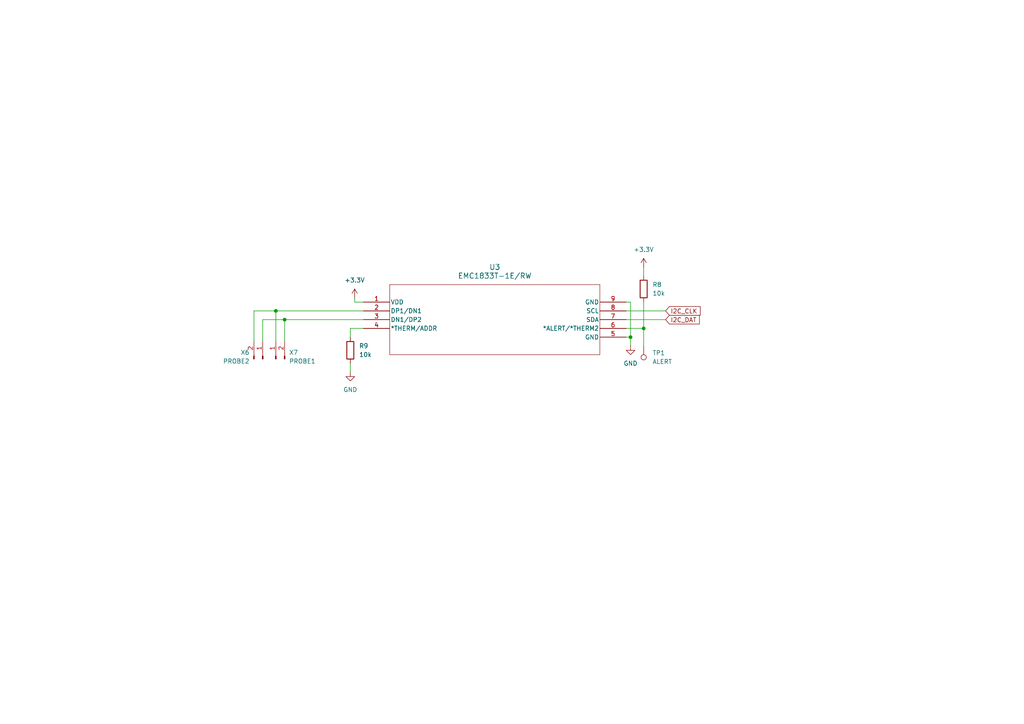
<source format=kicad_sch>
(kicad_sch (version 20231120) (generator "eeschema") (generator_version "8.0")
  (paper "A4")
  (title_block (title "JBOD RPi CM4 Control Board - Temperature Sensing") (date "2024-10-05") (rev "1") (company "N3ttX") (comment 1 "Use 2N3904 as temperature probe") (comment 2 "C and B tied together"))
  (lib_symbols
    (symbol "Connector:Conn_01x02_Pin" (pin_names (offset 1.016) hide)
      (property "Reference" "X" (at 0 2.54 0))
      (property "Value" "Conn_01x02_Pin" (at 0 -5.08 0))
      (symbol "Conn_01x02_Pin_1_1"
        (polyline (pts (xy 1.27 -2.54) (xy 0.8636 -2.54)) (stroke (width 0.1524)))
        (polyline (pts (xy 1.27 0) (xy 0.8636 0)) (stroke (width 0.1524)))
        (rectangle (start 0.8636 -2.413) (end 0 -2.667) (stroke (width 0.1524)) (fill (type outline)))
        (rectangle (start 0.8636 0.127) (end 0 -0.127) (stroke (width 0.1524)) (fill (type outline)))
        (pin passive line (at 5.08 0 180) (length 3.81) (name "Pin_1") (number "1"))
        (pin passive line (at 5.08 -2.54 180) (length 3.81) (name "Pin_2") (number "2"))
      )
    )
    (symbol "Connector:TestPoint" (pin_numbers hide) (pin_names (offset 0.762) hide)
      (property "Reference" "TP" (at 0 6.858 0))
      (property "Value" "TestPoint" (at 0 5.08 0))
      (symbol "TestPoint_0_1"
        (circle (center 0 3.302) (radius 0.762))
      )
      (symbol "TestPoint_1_1"
        (pin passive line (at 0 0 90) (length 2.54) (name "1") (number "1"))
      )
    )
    (symbol "Device1:R" (pin_numbers hide) (pin_names (offset 0))
      (property "Reference" "R" (at 2.032 0 90))
      (property "Value" "R" (at 0 0 90))
      (symbol "R_0_1"
        (rectangle (start -1.016 -2.54) (end 1.016 2.54) (stroke (width 0.254)))
      )
      (symbol "R_1_1"
        (pin passive line (at 0 3.81 270) (length 1.27) (name "~") (number "1"))
        (pin passive line (at 0 -3.81 90) (length 1.27) (name "~") (number "2"))
      )
    )
    (symbol "EMC1833:EMC1833T-1E_RW" (pin_names (offset 0.254))
      (property "Reference" "U" (at 38.1 10.16 0))
      (property "Value" "EMC1833T-1E/RW" (at 38.1 7.62 0))
      (symbol "EMC1833T-1E_RW_0_1"
        (polyline (pts (xy 7.62 -15.24) (xy 68.58 -15.24)) (stroke (width 0.127)))
        (polyline (pts (xy 7.62 5.08) (xy 7.62 -15.24)) (stroke (width 0.127)))
        (polyline (pts (xy 68.58 -15.24) (xy 68.58 5.08)) (stroke (width 0.127)))
        (polyline (pts (xy 68.58 5.08) (xy 7.62 5.08)) (stroke (width 0.127)))
        (pin power_in line (at 0 0 0) (length 7.62) (name "VDD") (number "1"))
        (pin unspecified line (at 0 -2.54 0) (length 7.62) (name "DP1/DN1") (number "2"))
        (pin unspecified line (at 0 -5.08 0) (length 7.62) (name "DN1/DP2") (number "3"))
        (pin output line (at 0 -7.62 0) (length 7.62) (name "*THERM/ADDR") (number "4"))
        (pin power_out line (at 76.2 -10.16 180) (length 7.62) (name "GND") (number "5"))
        (pin output line (at 76.2 -7.62 180) (length 7.62) (name "*ALERT/*THERM2") (number "6"))
        (pin output line (at 76.2 -5.08 180) (length 7.62) (name "SDA") (number "7"))
        (pin output line (at 76.2 -2.54 180) (length 7.62) (name "SCL") (number "8"))
        (pin power_out line (at 76.2 0 180) (length 7.62) (name "GND") (number "9"))
      )
    )
    (symbol "power:+3.3V" (power) (pin_numbers hide) (pin_names (offset 0) hide)
      (property "Value" "+3.3V" (at 0 3.556 0))
      (symbol "+3.3V_0_1"
        (polyline (pts (xy -0.762 1.27) (xy 0 2.54)))
        (polyline (pts (xy 0 0) (xy 0 2.54)))
        (polyline (pts (xy 0 2.54) (xy 0.762 1.27)))
      )
      (symbol "+3.3V_1_1"
        (pin power_in line (at 0 0 90) (length 0) (name "~") (number "1"))
      )
    )
    (symbol "power:GND" (power) (pin_numbers hide) (pin_names (offset 0) hide)
      (property "Value" "GND" (at 0 -3.81 0))
      (symbol "GND_0_1"
        (polyline (pts (xy 0 0) (xy 0 -1.27) (xy 1.27 -1.27) (xy 0 -2.54) (xy -1.27 -1.27) (xy 0 -1.27)))
      )
      (symbol "GND_1_1"
        (pin power_in line (at 0 0 270) (length 0) (name "~") (number "1"))
      )
    )
  )
  (junction (at 182.88 97.79))
  (junction (at 80.01 90.17))
  (junction (at 186.69 95.25))
  (junction (at 82.55 92.71))
  (wire (pts (xy 82.55 92.71) (xy 76.2 92.71)))
  (wire (pts (xy 182.88 87.63) (xy 181.61 87.63)))
  (wire (pts (xy 181.61 92.71) (xy 193.04 92.71)))
  (wire (pts (xy 186.69 95.25) (xy 186.69 87.63)))
  (wire (pts (xy 76.2 92.71) (xy 76.2 99.06)))
  (wire (pts (xy 181.61 90.17) (xy 193.04 90.17)))
  (wire (pts (xy 82.55 92.71) (xy 82.55 99.06)))
  (wire (pts (xy 102.87 86.36) (xy 102.87 87.63)))
  (wire (pts (xy 101.6 95.25) (xy 105.41 95.25)))
  (wire (pts (xy 80.01 99.06) (xy 80.01 90.17)))
  (wire (pts (xy 182.88 97.79) (xy 182.88 100.33)))
  (wire (pts (xy 182.88 97.79) (xy 182.88 87.63)))
  (wire (pts (xy 101.6 97.79) (xy 101.6 95.25)))
  (wire (pts (xy 105.41 92.71) (xy 82.55 92.71)))
  (wire (pts (xy 181.61 97.79) (xy 182.88 97.79)))
  (wire (pts (xy 181.61 95.25) (xy 186.69 95.25)))
  (wire (pts (xy 73.66 90.17) (xy 80.01 90.17)))
  (wire (pts (xy 102.87 87.63) (xy 105.41 87.63)))
  (wire (pts (xy 73.66 99.06) (xy 73.66 90.17)))
  (wire (pts (xy 186.69 77.47) (xy 186.69 80.01)))
  (wire (pts (xy 101.6 105.41) (xy 101.6 107.95)))
  (wire (pts (xy 186.69 95.25) (xy 186.69 100.33)))
  (wire (pts (xy 80.01 90.17) (xy 105.41 90.17)))
  (global_label "I2C_DAT" (shape input) (at 193.04 92.71 0) (property "Intersheetrefs" "${INTERSHEET_REFS}" (effects (hide yes))))
  (global_label "I2C_CLK" (shape input) (at 193.04 90.17 0) (property "Intersheetrefs" "${INTERSHEET_REFS}" (effects (hide yes))))
  (symbol (lib_id "Connector:Conn_01x02_Pin") (at 76.2 104.14 270) (mirror x) (unit 1)
    (property "Reference" "X6" (at 72.39 102.2349 90) (effects (justify right)))
    (property "Value" "PROBE2" (at 72.39 104.7749 90) (effects (justify right)))
    (property "Footprint" "Connector_JST:JST_EH_B2B-EH-A_1x02_P2.50mm_Vertical" (effects (hide yes)))
    (property "Description" "Generic connector, single row, 01x02, script generated" (effects (hide yes)))
  )
  (symbol (lib_id "power:+3.3V") (at 102.87 86.36 0) (unit 1)
    (property "Reference" "#PWR019" (effects (hide yes)))
    (property "Value" "+3.3V" (at 102.87 81.28 0))
    (property "Description" "Power symbol creates a global label with name \"+3.3V\"" (effects (hide yes)))
  )
  (symbol (lib_id "power:GND") (at 101.6 107.95 0) (unit 1)
    (property "Reference" "#PWR021" (effects (hide yes)))
    (property "Value" "GND" (at 101.6 113.03 0))
    (property "Description" "Power symbol creates a global label with name \"GND\" , ground" (effects (hide yes)))
  )
  (symbol (lib_id "power:+3.3V") (at 186.69 77.47 0) (unit 1)
    (property "Reference" "#PWR018" (effects (hide yes)))
    (property "Value" "+3.3V" (at 186.69 72.39 0))
    (property "Description" "Power symbol creates a global label with name \"+3.3V\"" (effects (hide yes)))
  )
  (symbol (lib_id "Device1:R") (at 186.69 83.82 180) (unit 1)
    (property "Reference" "R8" (at 189.23 82.5499 0) (effects (justify right)))
    (property "Value" "10k" (at 189.23 85.0899 0) (effects (justify right)))
    (property "Footprint" "Resistor_SMD:R_0603_1608Metric" (effects (hide yes)))
    (property "Description" "Resistor" (effects (hide yes)))
  )
  (symbol (lib_id "Connector:Conn_01x02_Pin") (at 80.01 104.14 90) (unit 1)
    (property "Reference" "X7" (at 83.82 102.2349 90) (effects (justify right)))
    (property "Value" "PROBE1" (at 83.82 104.7749 90) (effects (justify right)))
    (property "Footprint" "Connector_JST:JST_EH_B2B-EH-A_1x02_P2.50mm_Vertical" (effects (hide yes)))
    (property "Description" "Generic connector, single row, 01x02, script generated" (effects (hide yes)))
  )
  (symbol (lib_id "Connector:TestPoint") (at 186.69 100.33 180) (unit 1)
    (property "Reference" "TP1" (at 189.23 102.3619 0) (effects (justify right)))
    (property "Value" "ALERT" (at 189.23 104.9019 0) (effects (justify right)))
    (property "Footprint" "TestPoint:TestPoint_Pad_D1.0mm" (effects (hide yes)))
    (property "Description" "test point" (effects (hide yes)))
  )
  (symbol (lib_id "Device1:R") (at 101.6 101.6 0) (unit 1)
    (property "Reference" "R9" (at 104.14 100.3299 0) (effects (justify left)))
    (property "Value" "10k" (at 104.14 102.8699 0) (effects (justify left)))
    (property "Footprint" "Resistor_SMD:R_0603_1608Metric" (effects (hide yes)))
    (property "Description" "Resistor" (effects (hide yes)))
  )
  (symbol (lib_id "power:GND") (at 182.88 100.33 0) (unit 1)
    (property "Reference" "#PWR020" (effects (hide yes)))
    (property "Value" "GND" (at 182.88 105.41 0))
    (property "Description" "Power symbol creates a global label with name \"GND\" , ground" (effects (hide yes)))
  )
  (symbol (lib_id "EMC1833:EMC1833T-1E_RW") (at 105.41 87.63 0) (unit 1)
    (property "Reference" "U3" (at 143.51 77.47 0) (effects (font (size 1.524 1.524))))
    (property "Value" "EMC1833T-1E/RW" (at 143.51 80.01 0) (effects (font (size 1.524 1.524))))
    (property "Footprint" "Custom_Footprints:WDFN8_RW_MCH" (effects (hide yes)))
    (property "Datasheet" "EMC1833T-1E/RW" (effects (hide yes)))
  )
)
</source>
